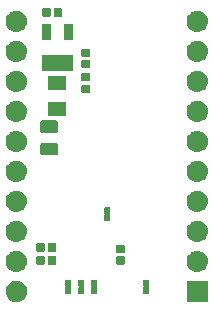
<source format=gbs>
G04 #@! TF.GenerationSoftware,KiCad,Pcbnew,(5.0.1)-3*
G04 #@! TF.CreationDate,2018-11-05T23:25:50+01:00*
G04 #@! TF.ProjectId,project,70726F6A6563742E6B696361645F7063,rev?*
G04 #@! TF.SameCoordinates,Original*
G04 #@! TF.FileFunction,Soldermask,Bot*
G04 #@! TF.FilePolarity,Negative*
%FSLAX46Y46*%
G04 Gerber Fmt 4.6, Leading zero omitted, Abs format (unit mm)*
G04 Created by KiCad (PCBNEW (5.0.1)-3) date 11/05/18 23:25:50*
%MOMM*%
%LPD*%
G01*
G04 APERTURE LIST*
%ADD10C,0.100000*%
G04 APERTURE END LIST*
D10*
G36*
X141410900Y-86041000D02*
X139608900Y-86041000D01*
X139608900Y-84239000D01*
X141410900Y-84239000D01*
X141410900Y-86041000D01*
X141410900Y-86041000D01*
G37*
G36*
X125459412Y-84273624D02*
X125623384Y-84341544D01*
X125770954Y-84440147D01*
X125896453Y-84565646D01*
X125995056Y-84713216D01*
X126062976Y-84877188D01*
X126097600Y-85051259D01*
X126097600Y-85228741D01*
X126062976Y-85402812D01*
X125995056Y-85566784D01*
X125896453Y-85714354D01*
X125770954Y-85839853D01*
X125623384Y-85938456D01*
X125459412Y-86006376D01*
X125285341Y-86041000D01*
X125107859Y-86041000D01*
X124933788Y-86006376D01*
X124769816Y-85938456D01*
X124622246Y-85839853D01*
X124496747Y-85714354D01*
X124398144Y-85566784D01*
X124330224Y-85402812D01*
X124295600Y-85228741D01*
X124295600Y-85051259D01*
X124330224Y-84877188D01*
X124398144Y-84713216D01*
X124496747Y-84565646D01*
X124622246Y-84440147D01*
X124769816Y-84341544D01*
X124933788Y-84273624D01*
X125107859Y-84239000D01*
X125285341Y-84239000D01*
X125459412Y-84273624D01*
X125459412Y-84273624D01*
G37*
G36*
X130895870Y-84147903D02*
X130907579Y-84151455D01*
X130918362Y-84157219D01*
X130927820Y-84164980D01*
X130935581Y-84174438D01*
X130941345Y-84185221D01*
X130944897Y-84196930D01*
X130946700Y-84215238D01*
X130946700Y-84638962D01*
X130944897Y-84657270D01*
X130941346Y-84668975D01*
X130931083Y-84688176D01*
X130921706Y-84710815D01*
X130916926Y-84734849D01*
X130916926Y-84759353D01*
X130921707Y-84783386D01*
X130931083Y-84806024D01*
X130941346Y-84825225D01*
X130944897Y-84836930D01*
X130946700Y-84855238D01*
X130946700Y-85278962D01*
X130944897Y-85297270D01*
X130941345Y-85308979D01*
X130935581Y-85319762D01*
X130927820Y-85329220D01*
X130918362Y-85336981D01*
X130907579Y-85342745D01*
X130895870Y-85346297D01*
X130877562Y-85348100D01*
X130513838Y-85348100D01*
X130495530Y-85346297D01*
X130483821Y-85342745D01*
X130473038Y-85336981D01*
X130463580Y-85329220D01*
X130455819Y-85319762D01*
X130450055Y-85308979D01*
X130446503Y-85297270D01*
X130444700Y-85278962D01*
X130444700Y-84855238D01*
X130446503Y-84836930D01*
X130450054Y-84825225D01*
X130460317Y-84806024D01*
X130469694Y-84783385D01*
X130474474Y-84759351D01*
X130474474Y-84734847D01*
X130469693Y-84710814D01*
X130460317Y-84688176D01*
X130450054Y-84668975D01*
X130446503Y-84657270D01*
X130444700Y-84638962D01*
X130444700Y-84215238D01*
X130446503Y-84196930D01*
X130450055Y-84185221D01*
X130455819Y-84174438D01*
X130463580Y-84164980D01*
X130473038Y-84157219D01*
X130483821Y-84151455D01*
X130495530Y-84147903D01*
X130513838Y-84146100D01*
X130877562Y-84146100D01*
X130895870Y-84147903D01*
X130895870Y-84147903D01*
G37*
G36*
X131988070Y-84147903D02*
X131999779Y-84151455D01*
X132010562Y-84157219D01*
X132020020Y-84164980D01*
X132027781Y-84174438D01*
X132033545Y-84185221D01*
X132037097Y-84196930D01*
X132038900Y-84215238D01*
X132038900Y-84638962D01*
X132037097Y-84657270D01*
X132033546Y-84668975D01*
X132023283Y-84688176D01*
X132013906Y-84710815D01*
X132009126Y-84734849D01*
X132009126Y-84759353D01*
X132013907Y-84783386D01*
X132023283Y-84806024D01*
X132033546Y-84825225D01*
X132037097Y-84836930D01*
X132038900Y-84855238D01*
X132038900Y-85278962D01*
X132037097Y-85297270D01*
X132033545Y-85308979D01*
X132027781Y-85319762D01*
X132020020Y-85329220D01*
X132010562Y-85336981D01*
X131999779Y-85342745D01*
X131988070Y-85346297D01*
X131969762Y-85348100D01*
X131606038Y-85348100D01*
X131587730Y-85346297D01*
X131576021Y-85342745D01*
X131565238Y-85336981D01*
X131555780Y-85329220D01*
X131548019Y-85319762D01*
X131542255Y-85308979D01*
X131538703Y-85297270D01*
X131536900Y-85278962D01*
X131536900Y-84855238D01*
X131538703Y-84836930D01*
X131542254Y-84825225D01*
X131552517Y-84806024D01*
X131561894Y-84783385D01*
X131566674Y-84759351D01*
X131566674Y-84734847D01*
X131561893Y-84710814D01*
X131552517Y-84688176D01*
X131542254Y-84668975D01*
X131538703Y-84657270D01*
X131536900Y-84638962D01*
X131536900Y-84215238D01*
X131538703Y-84196930D01*
X131542255Y-84185221D01*
X131548019Y-84174438D01*
X131555780Y-84164980D01*
X131565238Y-84157219D01*
X131576021Y-84151455D01*
X131587730Y-84147903D01*
X131606038Y-84146100D01*
X131969762Y-84146100D01*
X131988070Y-84147903D01*
X131988070Y-84147903D01*
G37*
G36*
X136389890Y-84147903D02*
X136401599Y-84151455D01*
X136412382Y-84157219D01*
X136421840Y-84164980D01*
X136429601Y-84174438D01*
X136435365Y-84185221D01*
X136438917Y-84196930D01*
X136440720Y-84215238D01*
X136440720Y-84638962D01*
X136438917Y-84657270D01*
X136435366Y-84668975D01*
X136425103Y-84688176D01*
X136415726Y-84710815D01*
X136410946Y-84734849D01*
X136410946Y-84759353D01*
X136415727Y-84783386D01*
X136425103Y-84806024D01*
X136435366Y-84825225D01*
X136438917Y-84836930D01*
X136440720Y-84855238D01*
X136440720Y-85278962D01*
X136438917Y-85297270D01*
X136435365Y-85308979D01*
X136429601Y-85319762D01*
X136421840Y-85329220D01*
X136412382Y-85336981D01*
X136401599Y-85342745D01*
X136389890Y-85346297D01*
X136371582Y-85348100D01*
X136007858Y-85348100D01*
X135989550Y-85346297D01*
X135977841Y-85342745D01*
X135967058Y-85336981D01*
X135957600Y-85329220D01*
X135949839Y-85319762D01*
X135944075Y-85308979D01*
X135940523Y-85297270D01*
X135938720Y-85278962D01*
X135938720Y-84855238D01*
X135940523Y-84836930D01*
X135944074Y-84825225D01*
X135954337Y-84806024D01*
X135963714Y-84783385D01*
X135968494Y-84759351D01*
X135968494Y-84734847D01*
X135963713Y-84710814D01*
X135954337Y-84688176D01*
X135944074Y-84668975D01*
X135940523Y-84657270D01*
X135938720Y-84638962D01*
X135938720Y-84215238D01*
X135940523Y-84196930D01*
X135944075Y-84185221D01*
X135949839Y-84174438D01*
X135957600Y-84164980D01*
X135967058Y-84157219D01*
X135977841Y-84151455D01*
X135989550Y-84147903D01*
X136007858Y-84146100D01*
X136371582Y-84146100D01*
X136389890Y-84147903D01*
X136389890Y-84147903D01*
G37*
G36*
X129790970Y-84147903D02*
X129802679Y-84151455D01*
X129813462Y-84157219D01*
X129822920Y-84164980D01*
X129830681Y-84174438D01*
X129836445Y-84185221D01*
X129839997Y-84196930D01*
X129841800Y-84215238D01*
X129841800Y-84638962D01*
X129839997Y-84657270D01*
X129836446Y-84668975D01*
X129826183Y-84688176D01*
X129816806Y-84710815D01*
X129812026Y-84734849D01*
X129812026Y-84759353D01*
X129816807Y-84783386D01*
X129826183Y-84806024D01*
X129836446Y-84825225D01*
X129839997Y-84836930D01*
X129841800Y-84855238D01*
X129841800Y-85278962D01*
X129839997Y-85297270D01*
X129836445Y-85308979D01*
X129830681Y-85319762D01*
X129822920Y-85329220D01*
X129813462Y-85336981D01*
X129802679Y-85342745D01*
X129790970Y-85346297D01*
X129772662Y-85348100D01*
X129408938Y-85348100D01*
X129390630Y-85346297D01*
X129378921Y-85342745D01*
X129368138Y-85336981D01*
X129358680Y-85329220D01*
X129350919Y-85319762D01*
X129345155Y-85308979D01*
X129341603Y-85297270D01*
X129339800Y-85278962D01*
X129339800Y-84855238D01*
X129341603Y-84836930D01*
X129345154Y-84825225D01*
X129355417Y-84806024D01*
X129364794Y-84783385D01*
X129369574Y-84759351D01*
X129369574Y-84734847D01*
X129364793Y-84710814D01*
X129355417Y-84688176D01*
X129345154Y-84668975D01*
X129341603Y-84657270D01*
X129339800Y-84638962D01*
X129339800Y-84215238D01*
X129341603Y-84196930D01*
X129345155Y-84185221D01*
X129350919Y-84174438D01*
X129358680Y-84164980D01*
X129368138Y-84157219D01*
X129378921Y-84151455D01*
X129390630Y-84147903D01*
X129408938Y-84146100D01*
X129772662Y-84146100D01*
X129790970Y-84147903D01*
X129790970Y-84147903D01*
G37*
G36*
X125307043Y-81705519D02*
X125373227Y-81712037D01*
X125465504Y-81740029D01*
X125543067Y-81763557D01*
X125657482Y-81824714D01*
X125699591Y-81847222D01*
X125725893Y-81868808D01*
X125836786Y-81959814D01*
X125920048Y-82061271D01*
X125949378Y-82097009D01*
X125949379Y-82097011D01*
X126033043Y-82253533D01*
X126035125Y-82260396D01*
X126084563Y-82423373D01*
X126101959Y-82600000D01*
X126084563Y-82776627D01*
X126061555Y-82852474D01*
X126033043Y-82946467D01*
X125958948Y-83085087D01*
X125949378Y-83102991D01*
X125920048Y-83138729D01*
X125836786Y-83240186D01*
X125735329Y-83323448D01*
X125699591Y-83352778D01*
X125699589Y-83352779D01*
X125543067Y-83436443D01*
X125486453Y-83453616D01*
X125373227Y-83487963D01*
X125307042Y-83494482D01*
X125240860Y-83501000D01*
X125152340Y-83501000D01*
X125086158Y-83494482D01*
X125019973Y-83487963D01*
X124906747Y-83453616D01*
X124850133Y-83436443D01*
X124693611Y-83352779D01*
X124693609Y-83352778D01*
X124657871Y-83323448D01*
X124556414Y-83240186D01*
X124473152Y-83138729D01*
X124443822Y-83102991D01*
X124434252Y-83085087D01*
X124360157Y-82946467D01*
X124331645Y-82852474D01*
X124308637Y-82776627D01*
X124291241Y-82600000D01*
X124308637Y-82423373D01*
X124358075Y-82260396D01*
X124360157Y-82253533D01*
X124443821Y-82097011D01*
X124443822Y-82097009D01*
X124473152Y-82061271D01*
X124556414Y-81959814D01*
X124667307Y-81868808D01*
X124693609Y-81847222D01*
X124735718Y-81824714D01*
X124850133Y-81763557D01*
X124927696Y-81740029D01*
X125019973Y-81712037D01*
X125086157Y-81705519D01*
X125152340Y-81699000D01*
X125240860Y-81699000D01*
X125307043Y-81705519D01*
X125307043Y-81705519D01*
G37*
G36*
X140620343Y-81705519D02*
X140686527Y-81712037D01*
X140778804Y-81740029D01*
X140856367Y-81763557D01*
X140970782Y-81824714D01*
X141012891Y-81847222D01*
X141039193Y-81868808D01*
X141150086Y-81959814D01*
X141233348Y-82061271D01*
X141262678Y-82097009D01*
X141262679Y-82097011D01*
X141346343Y-82253533D01*
X141348425Y-82260396D01*
X141397863Y-82423373D01*
X141415259Y-82600000D01*
X141397863Y-82776627D01*
X141374855Y-82852474D01*
X141346343Y-82946467D01*
X141272248Y-83085087D01*
X141262678Y-83102991D01*
X141233348Y-83138729D01*
X141150086Y-83240186D01*
X141048629Y-83323448D01*
X141012891Y-83352778D01*
X141012889Y-83352779D01*
X140856367Y-83436443D01*
X140799753Y-83453616D01*
X140686527Y-83487963D01*
X140620342Y-83494482D01*
X140554160Y-83501000D01*
X140465640Y-83501000D01*
X140399458Y-83494482D01*
X140333273Y-83487963D01*
X140220047Y-83453616D01*
X140163433Y-83436443D01*
X140006911Y-83352779D01*
X140006909Y-83352778D01*
X139971171Y-83323448D01*
X139869714Y-83240186D01*
X139786452Y-83138729D01*
X139757122Y-83102991D01*
X139747552Y-83085087D01*
X139673457Y-82946467D01*
X139644945Y-82852474D01*
X139621937Y-82776627D01*
X139604541Y-82600000D01*
X139621937Y-82423373D01*
X139671375Y-82260396D01*
X139673457Y-82253533D01*
X139757121Y-82097011D01*
X139757122Y-82097009D01*
X139786452Y-82061271D01*
X139869714Y-81959814D01*
X139980607Y-81868808D01*
X140006909Y-81847222D01*
X140049018Y-81824714D01*
X140163433Y-81763557D01*
X140240996Y-81740029D01*
X140333273Y-81712037D01*
X140399457Y-81705519D01*
X140465640Y-81699000D01*
X140554160Y-81699000D01*
X140620343Y-81705519D01*
X140620343Y-81705519D01*
G37*
G36*
X127494438Y-82156316D02*
X127515056Y-82162570D01*
X127534056Y-82172726D01*
X127550708Y-82186392D01*
X127564374Y-82203044D01*
X127574530Y-82222044D01*
X127580784Y-82242662D01*
X127583500Y-82270240D01*
X127583500Y-82778960D01*
X127580784Y-82806538D01*
X127574530Y-82827156D01*
X127564374Y-82846156D01*
X127550708Y-82862808D01*
X127534056Y-82876474D01*
X127515056Y-82886630D01*
X127494438Y-82892884D01*
X127466860Y-82895600D01*
X127008140Y-82895600D01*
X126980562Y-82892884D01*
X126959944Y-82886630D01*
X126940944Y-82876474D01*
X126924292Y-82862808D01*
X126910626Y-82846156D01*
X126900470Y-82827156D01*
X126894216Y-82806538D01*
X126891500Y-82778960D01*
X126891500Y-82270240D01*
X126894216Y-82242662D01*
X126900470Y-82222044D01*
X126910626Y-82203044D01*
X126924292Y-82186392D01*
X126940944Y-82172726D01*
X126959944Y-82162570D01*
X126980562Y-82156316D01*
X127008140Y-82153600D01*
X127466860Y-82153600D01*
X127494438Y-82156316D01*
X127494438Y-82156316D01*
G37*
G36*
X128464438Y-82156316D02*
X128485056Y-82162570D01*
X128504056Y-82172726D01*
X128520708Y-82186392D01*
X128534374Y-82203044D01*
X128544530Y-82222044D01*
X128550784Y-82242662D01*
X128553500Y-82270240D01*
X128553500Y-82778960D01*
X128550784Y-82806538D01*
X128544530Y-82827156D01*
X128534374Y-82846156D01*
X128520708Y-82862808D01*
X128504056Y-82876474D01*
X128485056Y-82886630D01*
X128464438Y-82892884D01*
X128436860Y-82895600D01*
X127978140Y-82895600D01*
X127950562Y-82892884D01*
X127929944Y-82886630D01*
X127910944Y-82876474D01*
X127894292Y-82862808D01*
X127880626Y-82846156D01*
X127870470Y-82827156D01*
X127864216Y-82806538D01*
X127861500Y-82778960D01*
X127861500Y-82270240D01*
X127864216Y-82242662D01*
X127870470Y-82222044D01*
X127880626Y-82203044D01*
X127894292Y-82186392D01*
X127910944Y-82172726D01*
X127929944Y-82162570D01*
X127950562Y-82156316D01*
X127978140Y-82153600D01*
X128436860Y-82153600D01*
X128464438Y-82156316D01*
X128464438Y-82156316D01*
G37*
G36*
X134279638Y-82182316D02*
X134300256Y-82188570D01*
X134319256Y-82198726D01*
X134335908Y-82212392D01*
X134349574Y-82229044D01*
X134359730Y-82248044D01*
X134365984Y-82268662D01*
X134368700Y-82296240D01*
X134368700Y-82754960D01*
X134365984Y-82782538D01*
X134359730Y-82803156D01*
X134349574Y-82822156D01*
X134335908Y-82838808D01*
X134319256Y-82852474D01*
X134300256Y-82862630D01*
X134279638Y-82868884D01*
X134252060Y-82871600D01*
X133743340Y-82871600D01*
X133715762Y-82868884D01*
X133695144Y-82862630D01*
X133676144Y-82852474D01*
X133659492Y-82838808D01*
X133645826Y-82822156D01*
X133635670Y-82803156D01*
X133629416Y-82782538D01*
X133626700Y-82754960D01*
X133626700Y-82296240D01*
X133629416Y-82268662D01*
X133635670Y-82248044D01*
X133645826Y-82229044D01*
X133659492Y-82212392D01*
X133676144Y-82198726D01*
X133695144Y-82188570D01*
X133715762Y-82182316D01*
X133743340Y-82179600D01*
X134252060Y-82179600D01*
X134279638Y-82182316D01*
X134279638Y-82182316D01*
G37*
G36*
X134279638Y-81212316D02*
X134300256Y-81218570D01*
X134319256Y-81228726D01*
X134335908Y-81242392D01*
X134349574Y-81259044D01*
X134359730Y-81278044D01*
X134365984Y-81298662D01*
X134368700Y-81326240D01*
X134368700Y-81784960D01*
X134365984Y-81812538D01*
X134359730Y-81833156D01*
X134349574Y-81852156D01*
X134335908Y-81868808D01*
X134319256Y-81882474D01*
X134300256Y-81892630D01*
X134279638Y-81898884D01*
X134252060Y-81901600D01*
X133743340Y-81901600D01*
X133715762Y-81898884D01*
X133695144Y-81892630D01*
X133676144Y-81882474D01*
X133659492Y-81868808D01*
X133645826Y-81852156D01*
X133635670Y-81833156D01*
X133629416Y-81812538D01*
X133626700Y-81784960D01*
X133626700Y-81326240D01*
X133629416Y-81298662D01*
X133635670Y-81278044D01*
X133645826Y-81259044D01*
X133659492Y-81242392D01*
X133676144Y-81228726D01*
X133695144Y-81218570D01*
X133715762Y-81212316D01*
X133743340Y-81209600D01*
X134252060Y-81209600D01*
X134279638Y-81212316D01*
X134279638Y-81212316D01*
G37*
G36*
X128464438Y-81051416D02*
X128485056Y-81057670D01*
X128504056Y-81067826D01*
X128520708Y-81081492D01*
X128534374Y-81098144D01*
X128544530Y-81117144D01*
X128550784Y-81137762D01*
X128553500Y-81165340D01*
X128553500Y-81674060D01*
X128550784Y-81701638D01*
X128544530Y-81722256D01*
X128534374Y-81741256D01*
X128520708Y-81757908D01*
X128504056Y-81771574D01*
X128485056Y-81781730D01*
X128464438Y-81787984D01*
X128436860Y-81790700D01*
X127978140Y-81790700D01*
X127950562Y-81787984D01*
X127929944Y-81781730D01*
X127910944Y-81771574D01*
X127894292Y-81757908D01*
X127880626Y-81741256D01*
X127870470Y-81722256D01*
X127864216Y-81701638D01*
X127861500Y-81674060D01*
X127861500Y-81165340D01*
X127864216Y-81137762D01*
X127870470Y-81117144D01*
X127880626Y-81098144D01*
X127894292Y-81081492D01*
X127910944Y-81067826D01*
X127929944Y-81057670D01*
X127950562Y-81051416D01*
X127978140Y-81048700D01*
X128436860Y-81048700D01*
X128464438Y-81051416D01*
X128464438Y-81051416D01*
G37*
G36*
X127494438Y-81051416D02*
X127515056Y-81057670D01*
X127534056Y-81067826D01*
X127550708Y-81081492D01*
X127564374Y-81098144D01*
X127574530Y-81117144D01*
X127580784Y-81137762D01*
X127583500Y-81165340D01*
X127583500Y-81674060D01*
X127580784Y-81701638D01*
X127574530Y-81722256D01*
X127564374Y-81741256D01*
X127550708Y-81757908D01*
X127534056Y-81771574D01*
X127515056Y-81781730D01*
X127494438Y-81787984D01*
X127466860Y-81790700D01*
X127008140Y-81790700D01*
X126980562Y-81787984D01*
X126959944Y-81781730D01*
X126940944Y-81771574D01*
X126924292Y-81757908D01*
X126910626Y-81741256D01*
X126900470Y-81722256D01*
X126894216Y-81701638D01*
X126891500Y-81674060D01*
X126891500Y-81165340D01*
X126894216Y-81137762D01*
X126900470Y-81117144D01*
X126910626Y-81098144D01*
X126924292Y-81081492D01*
X126940944Y-81067826D01*
X126959944Y-81057670D01*
X126980562Y-81051416D01*
X127008140Y-81048700D01*
X127466860Y-81048700D01*
X127494438Y-81051416D01*
X127494438Y-81051416D01*
G37*
G36*
X125307042Y-79165518D02*
X125373227Y-79172037D01*
X125483148Y-79205381D01*
X125543067Y-79223557D01*
X125681687Y-79297652D01*
X125699591Y-79307222D01*
X125735329Y-79336552D01*
X125836786Y-79419814D01*
X125920048Y-79521271D01*
X125949378Y-79557009D01*
X125949379Y-79557011D01*
X126033043Y-79713533D01*
X126033043Y-79713534D01*
X126084563Y-79883373D01*
X126101959Y-80060000D01*
X126084563Y-80236627D01*
X126050216Y-80349853D01*
X126033043Y-80406467D01*
X125958948Y-80545087D01*
X125949378Y-80562991D01*
X125920048Y-80598729D01*
X125836786Y-80700186D01*
X125735329Y-80783448D01*
X125699591Y-80812778D01*
X125699589Y-80812779D01*
X125543067Y-80896443D01*
X125486453Y-80913616D01*
X125373227Y-80947963D01*
X125307043Y-80954481D01*
X125240860Y-80961000D01*
X125152340Y-80961000D01*
X125086157Y-80954481D01*
X125019973Y-80947963D01*
X124906747Y-80913616D01*
X124850133Y-80896443D01*
X124693611Y-80812779D01*
X124693609Y-80812778D01*
X124657871Y-80783448D01*
X124556414Y-80700186D01*
X124473152Y-80598729D01*
X124443822Y-80562991D01*
X124434252Y-80545087D01*
X124360157Y-80406467D01*
X124342984Y-80349853D01*
X124308637Y-80236627D01*
X124291241Y-80060000D01*
X124308637Y-79883373D01*
X124360157Y-79713534D01*
X124360157Y-79713533D01*
X124443821Y-79557011D01*
X124443822Y-79557009D01*
X124473152Y-79521271D01*
X124556414Y-79419814D01*
X124657871Y-79336552D01*
X124693609Y-79307222D01*
X124711513Y-79297652D01*
X124850133Y-79223557D01*
X124910052Y-79205381D01*
X125019973Y-79172037D01*
X125086158Y-79165518D01*
X125152340Y-79159000D01*
X125240860Y-79159000D01*
X125307042Y-79165518D01*
X125307042Y-79165518D01*
G37*
G36*
X140620342Y-79165518D02*
X140686527Y-79172037D01*
X140796448Y-79205381D01*
X140856367Y-79223557D01*
X140994987Y-79297652D01*
X141012891Y-79307222D01*
X141048629Y-79336552D01*
X141150086Y-79419814D01*
X141233348Y-79521271D01*
X141262678Y-79557009D01*
X141262679Y-79557011D01*
X141346343Y-79713533D01*
X141346343Y-79713534D01*
X141397863Y-79883373D01*
X141415259Y-80060000D01*
X141397863Y-80236627D01*
X141363516Y-80349853D01*
X141346343Y-80406467D01*
X141272248Y-80545087D01*
X141262678Y-80562991D01*
X141233348Y-80598729D01*
X141150086Y-80700186D01*
X141048629Y-80783448D01*
X141012891Y-80812778D01*
X141012889Y-80812779D01*
X140856367Y-80896443D01*
X140799753Y-80913616D01*
X140686527Y-80947963D01*
X140620343Y-80954481D01*
X140554160Y-80961000D01*
X140465640Y-80961000D01*
X140399457Y-80954481D01*
X140333273Y-80947963D01*
X140220047Y-80913616D01*
X140163433Y-80896443D01*
X140006911Y-80812779D01*
X140006909Y-80812778D01*
X139971171Y-80783448D01*
X139869714Y-80700186D01*
X139786452Y-80598729D01*
X139757122Y-80562991D01*
X139747552Y-80545087D01*
X139673457Y-80406467D01*
X139656284Y-80349853D01*
X139621937Y-80236627D01*
X139604541Y-80060000D01*
X139621937Y-79883373D01*
X139673457Y-79713534D01*
X139673457Y-79713533D01*
X139757121Y-79557011D01*
X139757122Y-79557009D01*
X139786452Y-79521271D01*
X139869714Y-79419814D01*
X139971171Y-79336552D01*
X140006909Y-79307222D01*
X140024813Y-79297652D01*
X140163433Y-79223557D01*
X140223352Y-79205381D01*
X140333273Y-79172037D01*
X140399458Y-79165518D01*
X140465640Y-79159000D01*
X140554160Y-79159000D01*
X140620342Y-79165518D01*
X140620342Y-79165518D01*
G37*
G36*
X133092970Y-78016303D02*
X133104679Y-78019855D01*
X133115462Y-78025619D01*
X133124920Y-78033380D01*
X133132681Y-78042838D01*
X133138445Y-78053621D01*
X133141997Y-78065330D01*
X133143800Y-78083638D01*
X133143800Y-78507362D01*
X133141997Y-78525670D01*
X133138446Y-78537375D01*
X133128183Y-78556576D01*
X133118806Y-78579215D01*
X133114026Y-78603249D01*
X133114026Y-78627753D01*
X133118807Y-78651786D01*
X133128183Y-78674424D01*
X133138446Y-78693625D01*
X133141997Y-78705330D01*
X133143800Y-78723638D01*
X133143800Y-79147362D01*
X133141997Y-79165670D01*
X133138445Y-79177379D01*
X133132681Y-79188162D01*
X133124920Y-79197620D01*
X133115462Y-79205381D01*
X133104679Y-79211145D01*
X133092970Y-79214697D01*
X133074662Y-79216500D01*
X132710938Y-79216500D01*
X132692630Y-79214697D01*
X132680921Y-79211145D01*
X132670138Y-79205381D01*
X132660680Y-79197620D01*
X132652919Y-79188162D01*
X132647155Y-79177379D01*
X132643603Y-79165670D01*
X132641800Y-79147362D01*
X132641800Y-78723638D01*
X132643603Y-78705330D01*
X132647154Y-78693625D01*
X132657417Y-78674424D01*
X132666794Y-78651785D01*
X132671574Y-78627751D01*
X132671574Y-78603247D01*
X132666793Y-78579214D01*
X132657417Y-78556576D01*
X132647154Y-78537375D01*
X132643603Y-78525670D01*
X132641800Y-78507362D01*
X132641800Y-78083638D01*
X132643603Y-78065330D01*
X132647155Y-78053621D01*
X132652919Y-78042838D01*
X132660680Y-78033380D01*
X132670138Y-78025619D01*
X132680921Y-78019855D01*
X132692630Y-78016303D01*
X132710938Y-78014500D01*
X133074662Y-78014500D01*
X133092970Y-78016303D01*
X133092970Y-78016303D01*
G37*
G36*
X125307043Y-76625519D02*
X125373227Y-76632037D01*
X125486453Y-76666384D01*
X125543067Y-76683557D01*
X125681687Y-76757652D01*
X125699591Y-76767222D01*
X125735329Y-76796552D01*
X125836786Y-76879814D01*
X125920048Y-76981271D01*
X125949378Y-77017009D01*
X125949379Y-77017011D01*
X126033043Y-77173533D01*
X126033043Y-77173534D01*
X126084563Y-77343373D01*
X126101959Y-77520000D01*
X126084563Y-77696627D01*
X126050216Y-77809853D01*
X126033043Y-77866467D01*
X125958948Y-78005087D01*
X125949378Y-78022991D01*
X125938988Y-78035651D01*
X125836786Y-78160186D01*
X125735329Y-78243448D01*
X125699591Y-78272778D01*
X125699589Y-78272779D01*
X125543067Y-78356443D01*
X125486453Y-78373616D01*
X125373227Y-78407963D01*
X125307042Y-78414482D01*
X125240860Y-78421000D01*
X125152340Y-78421000D01*
X125086158Y-78414482D01*
X125019973Y-78407963D01*
X124906747Y-78373616D01*
X124850133Y-78356443D01*
X124693611Y-78272779D01*
X124693609Y-78272778D01*
X124657871Y-78243448D01*
X124556414Y-78160186D01*
X124454212Y-78035651D01*
X124443822Y-78022991D01*
X124434252Y-78005087D01*
X124360157Y-77866467D01*
X124342984Y-77809853D01*
X124308637Y-77696627D01*
X124291241Y-77520000D01*
X124308637Y-77343373D01*
X124360157Y-77173534D01*
X124360157Y-77173533D01*
X124443821Y-77017011D01*
X124443822Y-77017009D01*
X124473152Y-76981271D01*
X124556414Y-76879814D01*
X124657871Y-76796552D01*
X124693609Y-76767222D01*
X124711513Y-76757652D01*
X124850133Y-76683557D01*
X124906747Y-76666384D01*
X125019973Y-76632037D01*
X125086157Y-76625519D01*
X125152340Y-76619000D01*
X125240860Y-76619000D01*
X125307043Y-76625519D01*
X125307043Y-76625519D01*
G37*
G36*
X140620343Y-76625519D02*
X140686527Y-76632037D01*
X140799753Y-76666384D01*
X140856367Y-76683557D01*
X140994987Y-76757652D01*
X141012891Y-76767222D01*
X141048629Y-76796552D01*
X141150086Y-76879814D01*
X141233348Y-76981271D01*
X141262678Y-77017009D01*
X141262679Y-77017011D01*
X141346343Y-77173533D01*
X141346343Y-77173534D01*
X141397863Y-77343373D01*
X141415259Y-77520000D01*
X141397863Y-77696627D01*
X141363516Y-77809853D01*
X141346343Y-77866467D01*
X141272248Y-78005087D01*
X141262678Y-78022991D01*
X141252288Y-78035651D01*
X141150086Y-78160186D01*
X141048629Y-78243448D01*
X141012891Y-78272778D01*
X141012889Y-78272779D01*
X140856367Y-78356443D01*
X140799753Y-78373616D01*
X140686527Y-78407963D01*
X140620342Y-78414482D01*
X140554160Y-78421000D01*
X140465640Y-78421000D01*
X140399458Y-78414482D01*
X140333273Y-78407963D01*
X140220047Y-78373616D01*
X140163433Y-78356443D01*
X140006911Y-78272779D01*
X140006909Y-78272778D01*
X139971171Y-78243448D01*
X139869714Y-78160186D01*
X139767512Y-78035651D01*
X139757122Y-78022991D01*
X139747552Y-78005087D01*
X139673457Y-77866467D01*
X139656284Y-77809853D01*
X139621937Y-77696627D01*
X139604541Y-77520000D01*
X139621937Y-77343373D01*
X139673457Y-77173534D01*
X139673457Y-77173533D01*
X139757121Y-77017011D01*
X139757122Y-77017009D01*
X139786452Y-76981271D01*
X139869714Y-76879814D01*
X139971171Y-76796552D01*
X140006909Y-76767222D01*
X140024813Y-76757652D01*
X140163433Y-76683557D01*
X140220047Y-76666384D01*
X140333273Y-76632037D01*
X140399457Y-76625519D01*
X140465640Y-76619000D01*
X140554160Y-76619000D01*
X140620343Y-76625519D01*
X140620343Y-76625519D01*
G37*
G36*
X125307042Y-74085518D02*
X125373227Y-74092037D01*
X125486453Y-74126384D01*
X125543067Y-74143557D01*
X125681687Y-74217652D01*
X125699591Y-74227222D01*
X125735329Y-74256552D01*
X125836786Y-74339814D01*
X125920048Y-74441271D01*
X125949378Y-74477009D01*
X125949379Y-74477011D01*
X126033043Y-74633533D01*
X126033043Y-74633534D01*
X126084563Y-74803373D01*
X126101959Y-74980000D01*
X126084563Y-75156627D01*
X126050216Y-75269853D01*
X126033043Y-75326467D01*
X125958948Y-75465087D01*
X125949378Y-75482991D01*
X125920048Y-75518729D01*
X125836786Y-75620186D01*
X125735329Y-75703448D01*
X125699591Y-75732778D01*
X125699589Y-75732779D01*
X125543067Y-75816443D01*
X125486453Y-75833616D01*
X125373227Y-75867963D01*
X125307042Y-75874482D01*
X125240860Y-75881000D01*
X125152340Y-75881000D01*
X125086158Y-75874482D01*
X125019973Y-75867963D01*
X124906747Y-75833616D01*
X124850133Y-75816443D01*
X124693611Y-75732779D01*
X124693609Y-75732778D01*
X124657871Y-75703448D01*
X124556414Y-75620186D01*
X124473152Y-75518729D01*
X124443822Y-75482991D01*
X124434252Y-75465087D01*
X124360157Y-75326467D01*
X124342984Y-75269853D01*
X124308637Y-75156627D01*
X124291241Y-74980000D01*
X124308637Y-74803373D01*
X124360157Y-74633534D01*
X124360157Y-74633533D01*
X124443821Y-74477011D01*
X124443822Y-74477009D01*
X124473152Y-74441271D01*
X124556414Y-74339814D01*
X124657871Y-74256552D01*
X124693609Y-74227222D01*
X124711513Y-74217652D01*
X124850133Y-74143557D01*
X124906747Y-74126384D01*
X125019973Y-74092037D01*
X125086158Y-74085518D01*
X125152340Y-74079000D01*
X125240860Y-74079000D01*
X125307042Y-74085518D01*
X125307042Y-74085518D01*
G37*
G36*
X140620342Y-74085518D02*
X140686527Y-74092037D01*
X140799753Y-74126384D01*
X140856367Y-74143557D01*
X140994987Y-74217652D01*
X141012891Y-74227222D01*
X141048629Y-74256552D01*
X141150086Y-74339814D01*
X141233348Y-74441271D01*
X141262678Y-74477009D01*
X141262679Y-74477011D01*
X141346343Y-74633533D01*
X141346343Y-74633534D01*
X141397863Y-74803373D01*
X141415259Y-74980000D01*
X141397863Y-75156627D01*
X141363516Y-75269853D01*
X141346343Y-75326467D01*
X141272248Y-75465087D01*
X141262678Y-75482991D01*
X141233348Y-75518729D01*
X141150086Y-75620186D01*
X141048629Y-75703448D01*
X141012891Y-75732778D01*
X141012889Y-75732779D01*
X140856367Y-75816443D01*
X140799753Y-75833616D01*
X140686527Y-75867963D01*
X140620342Y-75874482D01*
X140554160Y-75881000D01*
X140465640Y-75881000D01*
X140399458Y-75874482D01*
X140333273Y-75867963D01*
X140220047Y-75833616D01*
X140163433Y-75816443D01*
X140006911Y-75732779D01*
X140006909Y-75732778D01*
X139971171Y-75703448D01*
X139869714Y-75620186D01*
X139786452Y-75518729D01*
X139757122Y-75482991D01*
X139747552Y-75465087D01*
X139673457Y-75326467D01*
X139656284Y-75269853D01*
X139621937Y-75156627D01*
X139604541Y-74980000D01*
X139621937Y-74803373D01*
X139673457Y-74633534D01*
X139673457Y-74633533D01*
X139757121Y-74477011D01*
X139757122Y-74477009D01*
X139786452Y-74441271D01*
X139869714Y-74339814D01*
X139971171Y-74256552D01*
X140006909Y-74227222D01*
X140024813Y-74217652D01*
X140163433Y-74143557D01*
X140220047Y-74126384D01*
X140333273Y-74092037D01*
X140399458Y-74085518D01*
X140465640Y-74079000D01*
X140554160Y-74079000D01*
X140620342Y-74085518D01*
X140620342Y-74085518D01*
G37*
G36*
X128559826Y-72544645D02*
X128598497Y-72556376D01*
X128634139Y-72575428D01*
X128665377Y-72601063D01*
X128691012Y-72632301D01*
X128710064Y-72667943D01*
X128721795Y-72706614D01*
X128726360Y-72752968D01*
X128726360Y-73404192D01*
X128721795Y-73450546D01*
X128710064Y-73489217D01*
X128691012Y-73524859D01*
X128665377Y-73556097D01*
X128634139Y-73581732D01*
X128598497Y-73600784D01*
X128559826Y-73612515D01*
X128513472Y-73617080D01*
X127437248Y-73617080D01*
X127390894Y-73612515D01*
X127352223Y-73600784D01*
X127316581Y-73581732D01*
X127285343Y-73556097D01*
X127259708Y-73524859D01*
X127240656Y-73489217D01*
X127228925Y-73450546D01*
X127224360Y-73404192D01*
X127224360Y-72752968D01*
X127228925Y-72706614D01*
X127240656Y-72667943D01*
X127259708Y-72632301D01*
X127285343Y-72601063D01*
X127316581Y-72575428D01*
X127352223Y-72556376D01*
X127390894Y-72544645D01*
X127437248Y-72540080D01*
X128513472Y-72540080D01*
X128559826Y-72544645D01*
X128559826Y-72544645D01*
G37*
G36*
X125307043Y-71545519D02*
X125373227Y-71552037D01*
X125451787Y-71575868D01*
X125543067Y-71603557D01*
X125654685Y-71663219D01*
X125699591Y-71687222D01*
X125723364Y-71706732D01*
X125836786Y-71799814D01*
X125920048Y-71901271D01*
X125949378Y-71937009D01*
X125949379Y-71937011D01*
X126033043Y-72093533D01*
X126033043Y-72093534D01*
X126084563Y-72263373D01*
X126101959Y-72440000D01*
X126084563Y-72616627D01*
X126079808Y-72632301D01*
X126033043Y-72786467D01*
X126020822Y-72809330D01*
X125949378Y-72942991D01*
X125920048Y-72978729D01*
X125836786Y-73080186D01*
X125735329Y-73163448D01*
X125699591Y-73192778D01*
X125699589Y-73192779D01*
X125543067Y-73276443D01*
X125486453Y-73293616D01*
X125373227Y-73327963D01*
X125307043Y-73334481D01*
X125240860Y-73341000D01*
X125152340Y-73341000D01*
X125086157Y-73334481D01*
X125019973Y-73327963D01*
X124906747Y-73293616D01*
X124850133Y-73276443D01*
X124693611Y-73192779D01*
X124693609Y-73192778D01*
X124657871Y-73163448D01*
X124556414Y-73080186D01*
X124473152Y-72978729D01*
X124443822Y-72942991D01*
X124372378Y-72809330D01*
X124360157Y-72786467D01*
X124313392Y-72632301D01*
X124308637Y-72616627D01*
X124291241Y-72440000D01*
X124308637Y-72263373D01*
X124360157Y-72093534D01*
X124360157Y-72093533D01*
X124443821Y-71937011D01*
X124443822Y-71937009D01*
X124473152Y-71901271D01*
X124556414Y-71799814D01*
X124669836Y-71706732D01*
X124693609Y-71687222D01*
X124738515Y-71663219D01*
X124850133Y-71603557D01*
X124941413Y-71575868D01*
X125019973Y-71552037D01*
X125086157Y-71545519D01*
X125152340Y-71539000D01*
X125240860Y-71539000D01*
X125307043Y-71545519D01*
X125307043Y-71545519D01*
G37*
G36*
X140620343Y-71545519D02*
X140686527Y-71552037D01*
X140765087Y-71575868D01*
X140856367Y-71603557D01*
X140967985Y-71663219D01*
X141012891Y-71687222D01*
X141036664Y-71706732D01*
X141150086Y-71799814D01*
X141233348Y-71901271D01*
X141262678Y-71937009D01*
X141262679Y-71937011D01*
X141346343Y-72093533D01*
X141346343Y-72093534D01*
X141397863Y-72263373D01*
X141415259Y-72440000D01*
X141397863Y-72616627D01*
X141393108Y-72632301D01*
X141346343Y-72786467D01*
X141334122Y-72809330D01*
X141262678Y-72942991D01*
X141233348Y-72978729D01*
X141150086Y-73080186D01*
X141048629Y-73163448D01*
X141012891Y-73192778D01*
X141012889Y-73192779D01*
X140856367Y-73276443D01*
X140799753Y-73293616D01*
X140686527Y-73327963D01*
X140620343Y-73334481D01*
X140554160Y-73341000D01*
X140465640Y-73341000D01*
X140399457Y-73334481D01*
X140333273Y-73327963D01*
X140220047Y-73293616D01*
X140163433Y-73276443D01*
X140006911Y-73192779D01*
X140006909Y-73192778D01*
X139971171Y-73163448D01*
X139869714Y-73080186D01*
X139786452Y-72978729D01*
X139757122Y-72942991D01*
X139685678Y-72809330D01*
X139673457Y-72786467D01*
X139626692Y-72632301D01*
X139621937Y-72616627D01*
X139604541Y-72440000D01*
X139621937Y-72263373D01*
X139673457Y-72093534D01*
X139673457Y-72093533D01*
X139757121Y-71937011D01*
X139757122Y-71937009D01*
X139786452Y-71901271D01*
X139869714Y-71799814D01*
X139983136Y-71706732D01*
X140006909Y-71687222D01*
X140051815Y-71663219D01*
X140163433Y-71603557D01*
X140254713Y-71575868D01*
X140333273Y-71552037D01*
X140399457Y-71545519D01*
X140465640Y-71539000D01*
X140554160Y-71539000D01*
X140620343Y-71545519D01*
X140620343Y-71545519D01*
G37*
G36*
X128559826Y-70669645D02*
X128598497Y-70681376D01*
X128634139Y-70700428D01*
X128665377Y-70726063D01*
X128691012Y-70757301D01*
X128710064Y-70792943D01*
X128721795Y-70831614D01*
X128726360Y-70877968D01*
X128726360Y-71529192D01*
X128721795Y-71575546D01*
X128710064Y-71614217D01*
X128691012Y-71649859D01*
X128665377Y-71681097D01*
X128634139Y-71706732D01*
X128598497Y-71725784D01*
X128559826Y-71737515D01*
X128513472Y-71742080D01*
X127437248Y-71742080D01*
X127390894Y-71737515D01*
X127352223Y-71725784D01*
X127316581Y-71706732D01*
X127285343Y-71681097D01*
X127259708Y-71649859D01*
X127240656Y-71614217D01*
X127228925Y-71575546D01*
X127224360Y-71529192D01*
X127224360Y-70877968D01*
X127228925Y-70831614D01*
X127240656Y-70792943D01*
X127259708Y-70757301D01*
X127285343Y-70726063D01*
X127316581Y-70700428D01*
X127352223Y-70681376D01*
X127390894Y-70669645D01*
X127437248Y-70665080D01*
X128513472Y-70665080D01*
X128559826Y-70669645D01*
X128559826Y-70669645D01*
G37*
G36*
X125307042Y-69005518D02*
X125373227Y-69012037D01*
X125486453Y-69046384D01*
X125543067Y-69063557D01*
X125681687Y-69137652D01*
X125699591Y-69147222D01*
X125735329Y-69176552D01*
X125836786Y-69259814D01*
X125920048Y-69361271D01*
X125949378Y-69397009D01*
X125949379Y-69397011D01*
X126033043Y-69553533D01*
X126033043Y-69553534D01*
X126084563Y-69723373D01*
X126101959Y-69900000D01*
X126084563Y-70076627D01*
X126050216Y-70189853D01*
X126033043Y-70246467D01*
X126020015Y-70270840D01*
X125949378Y-70402991D01*
X125920048Y-70438729D01*
X125836786Y-70540186D01*
X125735329Y-70623448D01*
X125699591Y-70652778D01*
X125699589Y-70652779D01*
X125543067Y-70736443D01*
X125486453Y-70753616D01*
X125373227Y-70787963D01*
X125322663Y-70792943D01*
X125240860Y-70801000D01*
X125152340Y-70801000D01*
X125070537Y-70792943D01*
X125019973Y-70787963D01*
X124906747Y-70753616D01*
X124850133Y-70736443D01*
X124693611Y-70652779D01*
X124693609Y-70652778D01*
X124657871Y-70623448D01*
X124556414Y-70540186D01*
X124473152Y-70438729D01*
X124443822Y-70402991D01*
X124373185Y-70270840D01*
X124360157Y-70246467D01*
X124342984Y-70189853D01*
X124308637Y-70076627D01*
X124291241Y-69900000D01*
X124308637Y-69723373D01*
X124360157Y-69553534D01*
X124360157Y-69553533D01*
X124443821Y-69397011D01*
X124443822Y-69397009D01*
X124473152Y-69361271D01*
X124556414Y-69259814D01*
X124657871Y-69176552D01*
X124693609Y-69147222D01*
X124711513Y-69137652D01*
X124850133Y-69063557D01*
X124906747Y-69046384D01*
X125019973Y-69012037D01*
X125086158Y-69005518D01*
X125152340Y-68999000D01*
X125240860Y-68999000D01*
X125307042Y-69005518D01*
X125307042Y-69005518D01*
G37*
G36*
X140620342Y-69005518D02*
X140686527Y-69012037D01*
X140799753Y-69046384D01*
X140856367Y-69063557D01*
X140994987Y-69137652D01*
X141012891Y-69147222D01*
X141048629Y-69176552D01*
X141150086Y-69259814D01*
X141233348Y-69361271D01*
X141262678Y-69397009D01*
X141262679Y-69397011D01*
X141346343Y-69553533D01*
X141346343Y-69553534D01*
X141397863Y-69723373D01*
X141415259Y-69900000D01*
X141397863Y-70076627D01*
X141363516Y-70189853D01*
X141346343Y-70246467D01*
X141333315Y-70270840D01*
X141262678Y-70402991D01*
X141233348Y-70438729D01*
X141150086Y-70540186D01*
X141048629Y-70623448D01*
X141012891Y-70652778D01*
X141012889Y-70652779D01*
X140856367Y-70736443D01*
X140799753Y-70753616D01*
X140686527Y-70787963D01*
X140635963Y-70792943D01*
X140554160Y-70801000D01*
X140465640Y-70801000D01*
X140383837Y-70792943D01*
X140333273Y-70787963D01*
X140220047Y-70753616D01*
X140163433Y-70736443D01*
X140006911Y-70652779D01*
X140006909Y-70652778D01*
X139971171Y-70623448D01*
X139869714Y-70540186D01*
X139786452Y-70438729D01*
X139757122Y-70402991D01*
X139686485Y-70270840D01*
X139673457Y-70246467D01*
X139656284Y-70189853D01*
X139621937Y-70076627D01*
X139604541Y-69900000D01*
X139621937Y-69723373D01*
X139673457Y-69553534D01*
X139673457Y-69553533D01*
X139757121Y-69397011D01*
X139757122Y-69397009D01*
X139786452Y-69361271D01*
X139869714Y-69259814D01*
X139971171Y-69176552D01*
X140006909Y-69147222D01*
X140024813Y-69137652D01*
X140163433Y-69063557D01*
X140220047Y-69046384D01*
X140333273Y-69012037D01*
X140399458Y-69005518D01*
X140465640Y-68999000D01*
X140554160Y-68999000D01*
X140620342Y-69005518D01*
X140620342Y-69005518D01*
G37*
G36*
X129437160Y-70270840D02*
X127885160Y-70270840D01*
X127885160Y-69068840D01*
X129437160Y-69068840D01*
X129437160Y-70270840D01*
X129437160Y-70270840D01*
G37*
G36*
X131356098Y-67639676D02*
X131376716Y-67645930D01*
X131395716Y-67656086D01*
X131412368Y-67669752D01*
X131426034Y-67686404D01*
X131436190Y-67705404D01*
X131442444Y-67726022D01*
X131445160Y-67753600D01*
X131445160Y-68212320D01*
X131442444Y-68239898D01*
X131436190Y-68260516D01*
X131426034Y-68279516D01*
X131412368Y-68296168D01*
X131395716Y-68309834D01*
X131376716Y-68319990D01*
X131356098Y-68326244D01*
X131328520Y-68328960D01*
X130819800Y-68328960D01*
X130792222Y-68326244D01*
X130771604Y-68319990D01*
X130752604Y-68309834D01*
X130735952Y-68296168D01*
X130722286Y-68279516D01*
X130712130Y-68260516D01*
X130705876Y-68239898D01*
X130703160Y-68212320D01*
X130703160Y-67753600D01*
X130705876Y-67726022D01*
X130712130Y-67705404D01*
X130722286Y-67686404D01*
X130735952Y-67669752D01*
X130752604Y-67656086D01*
X130771604Y-67645930D01*
X130792222Y-67639676D01*
X130819800Y-67636960D01*
X131328520Y-67636960D01*
X131356098Y-67639676D01*
X131356098Y-67639676D01*
G37*
G36*
X125307043Y-66465519D02*
X125373227Y-66472037D01*
X125486453Y-66506384D01*
X125543067Y-66523557D01*
X125681687Y-66597652D01*
X125699591Y-66607222D01*
X125735329Y-66636552D01*
X125836786Y-66719814D01*
X125907687Y-66806209D01*
X125949378Y-66857009D01*
X125949379Y-66857011D01*
X126033043Y-67013533D01*
X126033043Y-67013534D01*
X126084563Y-67183373D01*
X126101959Y-67360000D01*
X126084563Y-67536627D01*
X126054127Y-67636960D01*
X126033043Y-67706467D01*
X125977724Y-67809960D01*
X125949378Y-67862991D01*
X125920048Y-67898729D01*
X125836786Y-68000186D01*
X125735329Y-68083448D01*
X125699591Y-68112778D01*
X125699589Y-68112779D01*
X125543067Y-68196443D01*
X125486453Y-68213616D01*
X125373227Y-68247963D01*
X125307042Y-68254482D01*
X125240860Y-68261000D01*
X125152340Y-68261000D01*
X125086158Y-68254482D01*
X125019973Y-68247963D01*
X124906747Y-68213616D01*
X124850133Y-68196443D01*
X124693611Y-68112779D01*
X124693609Y-68112778D01*
X124657871Y-68083448D01*
X124556414Y-68000186D01*
X124473152Y-67898729D01*
X124443822Y-67862991D01*
X124415476Y-67809960D01*
X124360157Y-67706467D01*
X124339073Y-67636960D01*
X124308637Y-67536627D01*
X124291241Y-67360000D01*
X124308637Y-67183373D01*
X124360157Y-67013534D01*
X124360157Y-67013533D01*
X124443821Y-66857011D01*
X124443822Y-66857009D01*
X124485513Y-66806209D01*
X124556414Y-66719814D01*
X124657871Y-66636552D01*
X124693609Y-66607222D01*
X124711513Y-66597652D01*
X124850133Y-66523557D01*
X124906747Y-66506384D01*
X125019973Y-66472037D01*
X125086157Y-66465519D01*
X125152340Y-66459000D01*
X125240860Y-66459000D01*
X125307043Y-66465519D01*
X125307043Y-66465519D01*
G37*
G36*
X140620343Y-66465519D02*
X140686527Y-66472037D01*
X140799753Y-66506384D01*
X140856367Y-66523557D01*
X140994987Y-66597652D01*
X141012891Y-66607222D01*
X141048629Y-66636552D01*
X141150086Y-66719814D01*
X141220987Y-66806209D01*
X141262678Y-66857009D01*
X141262679Y-66857011D01*
X141346343Y-67013533D01*
X141346343Y-67013534D01*
X141397863Y-67183373D01*
X141415259Y-67360000D01*
X141397863Y-67536627D01*
X141367427Y-67636960D01*
X141346343Y-67706467D01*
X141291024Y-67809960D01*
X141262678Y-67862991D01*
X141233348Y-67898729D01*
X141150086Y-68000186D01*
X141048629Y-68083448D01*
X141012891Y-68112778D01*
X141012889Y-68112779D01*
X140856367Y-68196443D01*
X140799753Y-68213616D01*
X140686527Y-68247963D01*
X140620342Y-68254482D01*
X140554160Y-68261000D01*
X140465640Y-68261000D01*
X140399458Y-68254482D01*
X140333273Y-68247963D01*
X140220047Y-68213616D01*
X140163433Y-68196443D01*
X140006911Y-68112779D01*
X140006909Y-68112778D01*
X139971171Y-68083448D01*
X139869714Y-68000186D01*
X139786452Y-67898729D01*
X139757122Y-67862991D01*
X139728776Y-67809960D01*
X139673457Y-67706467D01*
X139652373Y-67636960D01*
X139621937Y-67536627D01*
X139604541Y-67360000D01*
X139621937Y-67183373D01*
X139673457Y-67013534D01*
X139673457Y-67013533D01*
X139757121Y-66857011D01*
X139757122Y-66857009D01*
X139798813Y-66806209D01*
X139869714Y-66719814D01*
X139971171Y-66636552D01*
X140006909Y-66607222D01*
X140024813Y-66597652D01*
X140163433Y-66523557D01*
X140220047Y-66506384D01*
X140333273Y-66472037D01*
X140399457Y-66465519D01*
X140465640Y-66459000D01*
X140554160Y-66459000D01*
X140620343Y-66465519D01*
X140620343Y-66465519D01*
G37*
G36*
X129437160Y-68070840D02*
X127885160Y-68070840D01*
X127885160Y-66868840D01*
X129437160Y-66868840D01*
X129437160Y-68070840D01*
X129437160Y-68070840D01*
G37*
G36*
X131356098Y-66669676D02*
X131376716Y-66675930D01*
X131395716Y-66686086D01*
X131412368Y-66699752D01*
X131426034Y-66716404D01*
X131436190Y-66735404D01*
X131442444Y-66756022D01*
X131445160Y-66783600D01*
X131445160Y-67242320D01*
X131442444Y-67269898D01*
X131436190Y-67290516D01*
X131426034Y-67309516D01*
X131412368Y-67326168D01*
X131395716Y-67339834D01*
X131376716Y-67349990D01*
X131356098Y-67356244D01*
X131328520Y-67358960D01*
X130819800Y-67358960D01*
X130792222Y-67356244D01*
X130771604Y-67349990D01*
X130752604Y-67339834D01*
X130735952Y-67326168D01*
X130722286Y-67309516D01*
X130712130Y-67290516D01*
X130705876Y-67269898D01*
X130703160Y-67242320D01*
X130703160Y-66783600D01*
X130705876Y-66756022D01*
X130712130Y-66735404D01*
X130722286Y-66716404D01*
X130735952Y-66699752D01*
X130752604Y-66686086D01*
X130771604Y-66675930D01*
X130792222Y-66669676D01*
X130819800Y-66666960D01*
X131328520Y-66666960D01*
X131356098Y-66669676D01*
X131356098Y-66669676D01*
G37*
G36*
X130017640Y-66476840D02*
X127365640Y-66476840D01*
X127365640Y-65154840D01*
X130017640Y-65154840D01*
X130017640Y-66476840D01*
X130017640Y-66476840D01*
G37*
G36*
X131356098Y-65556876D02*
X131376716Y-65563130D01*
X131395716Y-65573286D01*
X131412368Y-65586952D01*
X131426034Y-65603604D01*
X131436190Y-65622604D01*
X131442444Y-65643222D01*
X131445160Y-65670800D01*
X131445160Y-66129520D01*
X131442444Y-66157098D01*
X131436190Y-66177716D01*
X131426034Y-66196716D01*
X131412368Y-66213368D01*
X131395716Y-66227034D01*
X131376716Y-66237190D01*
X131356098Y-66243444D01*
X131328520Y-66246160D01*
X130819800Y-66246160D01*
X130792222Y-66243444D01*
X130771604Y-66237190D01*
X130752604Y-66227034D01*
X130735952Y-66213368D01*
X130722286Y-66196716D01*
X130712130Y-66177716D01*
X130705876Y-66157098D01*
X130703160Y-66129520D01*
X130703160Y-65670800D01*
X130705876Y-65643222D01*
X130712130Y-65622604D01*
X130722286Y-65603604D01*
X130735952Y-65586952D01*
X130752604Y-65573286D01*
X130771604Y-65563130D01*
X130792222Y-65556876D01*
X130819800Y-65554160D01*
X131328520Y-65554160D01*
X131356098Y-65556876D01*
X131356098Y-65556876D01*
G37*
G36*
X125307042Y-63925518D02*
X125373227Y-63932037D01*
X125486453Y-63966384D01*
X125543067Y-63983557D01*
X125681687Y-64057652D01*
X125699591Y-64067222D01*
X125735329Y-64096552D01*
X125836786Y-64179814D01*
X125920048Y-64281271D01*
X125949378Y-64317009D01*
X125949379Y-64317011D01*
X126033043Y-64473533D01*
X126033043Y-64473534D01*
X126084563Y-64643373D01*
X126101959Y-64820000D01*
X126084563Y-64996627D01*
X126052247Y-65103160D01*
X126033043Y-65166467D01*
X125976187Y-65272836D01*
X125949378Y-65322991D01*
X125920048Y-65358729D01*
X125836786Y-65460186D01*
X125735329Y-65543448D01*
X125699591Y-65572778D01*
X125681687Y-65582348D01*
X125543067Y-65656443D01*
X125528189Y-65660956D01*
X125373227Y-65707963D01*
X125307042Y-65714482D01*
X125240860Y-65721000D01*
X125152340Y-65721000D01*
X125086158Y-65714482D01*
X125019973Y-65707963D01*
X124865011Y-65660956D01*
X124850133Y-65656443D01*
X124711513Y-65582348D01*
X124693609Y-65572778D01*
X124657871Y-65543448D01*
X124556414Y-65460186D01*
X124473152Y-65358729D01*
X124443822Y-65322991D01*
X124417013Y-65272836D01*
X124360157Y-65166467D01*
X124340953Y-65103160D01*
X124308637Y-64996627D01*
X124291241Y-64820000D01*
X124308637Y-64643373D01*
X124360157Y-64473534D01*
X124360157Y-64473533D01*
X124443821Y-64317011D01*
X124443822Y-64317009D01*
X124473152Y-64281271D01*
X124556414Y-64179814D01*
X124657871Y-64096552D01*
X124693609Y-64067222D01*
X124711513Y-64057652D01*
X124850133Y-63983557D01*
X124906747Y-63966384D01*
X125019973Y-63932037D01*
X125086158Y-63925518D01*
X125152340Y-63919000D01*
X125240860Y-63919000D01*
X125307042Y-63925518D01*
X125307042Y-63925518D01*
G37*
G36*
X140620342Y-63925518D02*
X140686527Y-63932037D01*
X140799753Y-63966384D01*
X140856367Y-63983557D01*
X140994987Y-64057652D01*
X141012891Y-64067222D01*
X141048629Y-64096552D01*
X141150086Y-64179814D01*
X141233348Y-64281271D01*
X141262678Y-64317009D01*
X141262679Y-64317011D01*
X141346343Y-64473533D01*
X141346343Y-64473534D01*
X141397863Y-64643373D01*
X141415259Y-64820000D01*
X141397863Y-64996627D01*
X141365547Y-65103160D01*
X141346343Y-65166467D01*
X141289487Y-65272836D01*
X141262678Y-65322991D01*
X141233348Y-65358729D01*
X141150086Y-65460186D01*
X141048629Y-65543448D01*
X141012891Y-65572778D01*
X140994987Y-65582348D01*
X140856367Y-65656443D01*
X140841489Y-65660956D01*
X140686527Y-65707963D01*
X140620342Y-65714482D01*
X140554160Y-65721000D01*
X140465640Y-65721000D01*
X140399458Y-65714482D01*
X140333273Y-65707963D01*
X140178311Y-65660956D01*
X140163433Y-65656443D01*
X140024813Y-65582348D01*
X140006909Y-65572778D01*
X139971171Y-65543448D01*
X139869714Y-65460186D01*
X139786452Y-65358729D01*
X139757122Y-65322991D01*
X139730313Y-65272836D01*
X139673457Y-65166467D01*
X139654253Y-65103160D01*
X139621937Y-64996627D01*
X139604541Y-64820000D01*
X139621937Y-64643373D01*
X139673457Y-64473534D01*
X139673457Y-64473533D01*
X139757121Y-64317011D01*
X139757122Y-64317009D01*
X139786452Y-64281271D01*
X139869714Y-64179814D01*
X139971171Y-64096552D01*
X140006909Y-64067222D01*
X140024813Y-64057652D01*
X140163433Y-63983557D01*
X140220047Y-63966384D01*
X140333273Y-63932037D01*
X140399458Y-63925518D01*
X140465640Y-63919000D01*
X140554160Y-63919000D01*
X140620342Y-63925518D01*
X140620342Y-63925518D01*
G37*
G36*
X131356098Y-64586876D02*
X131376716Y-64593130D01*
X131395716Y-64603286D01*
X131412368Y-64616952D01*
X131426034Y-64633604D01*
X131436190Y-64652604D01*
X131442444Y-64673222D01*
X131445160Y-64700800D01*
X131445160Y-65159520D01*
X131442444Y-65187098D01*
X131436190Y-65207716D01*
X131426034Y-65226716D01*
X131412368Y-65243368D01*
X131395716Y-65257034D01*
X131376716Y-65267190D01*
X131356098Y-65273444D01*
X131328520Y-65276160D01*
X130819800Y-65276160D01*
X130792222Y-65273444D01*
X130771604Y-65267190D01*
X130752604Y-65257034D01*
X130735952Y-65243368D01*
X130722286Y-65226716D01*
X130712130Y-65207716D01*
X130705876Y-65187098D01*
X130703160Y-65159520D01*
X130703160Y-64700800D01*
X130705876Y-64673222D01*
X130712130Y-64652604D01*
X130722286Y-64633604D01*
X130735952Y-64616952D01*
X130752604Y-64603286D01*
X130771604Y-64593130D01*
X130792222Y-64586876D01*
X130819800Y-64584160D01*
X131328520Y-64584160D01*
X131356098Y-64586876D01*
X131356098Y-64586876D01*
G37*
G36*
X130017640Y-63856840D02*
X129265640Y-63856840D01*
X129265640Y-62534840D01*
X130017640Y-62534840D01*
X130017640Y-63856840D01*
X130017640Y-63856840D01*
G37*
G36*
X128117640Y-63856840D02*
X127365640Y-63856840D01*
X127365640Y-62534840D01*
X128117640Y-62534840D01*
X128117640Y-63856840D01*
X128117640Y-63856840D01*
G37*
G36*
X125307042Y-61385518D02*
X125373227Y-61392037D01*
X125486453Y-61426384D01*
X125543067Y-61443557D01*
X125681687Y-61517652D01*
X125699591Y-61527222D01*
X125735329Y-61556552D01*
X125836786Y-61639814D01*
X125912473Y-61732040D01*
X125949378Y-61777009D01*
X125949379Y-61777011D01*
X126033043Y-61933533D01*
X126033043Y-61933534D01*
X126084563Y-62103373D01*
X126101959Y-62280000D01*
X126084563Y-62456627D01*
X126060837Y-62534840D01*
X126033043Y-62626467D01*
X125958948Y-62765087D01*
X125949378Y-62782991D01*
X125920048Y-62818729D01*
X125836786Y-62920186D01*
X125735329Y-63003448D01*
X125699591Y-63032778D01*
X125699589Y-63032779D01*
X125543067Y-63116443D01*
X125486453Y-63133616D01*
X125373227Y-63167963D01*
X125307043Y-63174481D01*
X125240860Y-63181000D01*
X125152340Y-63181000D01*
X125086157Y-63174481D01*
X125019973Y-63167963D01*
X124906747Y-63133616D01*
X124850133Y-63116443D01*
X124693611Y-63032779D01*
X124693609Y-63032778D01*
X124657871Y-63003448D01*
X124556414Y-62920186D01*
X124473152Y-62818729D01*
X124443822Y-62782991D01*
X124434252Y-62765087D01*
X124360157Y-62626467D01*
X124332363Y-62534840D01*
X124308637Y-62456627D01*
X124291241Y-62280000D01*
X124308637Y-62103373D01*
X124360157Y-61933534D01*
X124360157Y-61933533D01*
X124443821Y-61777011D01*
X124443822Y-61777009D01*
X124480727Y-61732040D01*
X124556414Y-61639814D01*
X124657871Y-61556552D01*
X124693609Y-61527222D01*
X124711513Y-61517652D01*
X124850133Y-61443557D01*
X124906747Y-61426384D01*
X125019973Y-61392037D01*
X125086158Y-61385518D01*
X125152340Y-61379000D01*
X125240860Y-61379000D01*
X125307042Y-61385518D01*
X125307042Y-61385518D01*
G37*
G36*
X140620342Y-61385518D02*
X140686527Y-61392037D01*
X140799753Y-61426384D01*
X140856367Y-61443557D01*
X140994987Y-61517652D01*
X141012891Y-61527222D01*
X141048629Y-61556552D01*
X141150086Y-61639814D01*
X141225773Y-61732040D01*
X141262678Y-61777009D01*
X141262679Y-61777011D01*
X141346343Y-61933533D01*
X141346343Y-61933534D01*
X141397863Y-62103373D01*
X141415259Y-62280000D01*
X141397863Y-62456627D01*
X141374137Y-62534840D01*
X141346343Y-62626467D01*
X141272248Y-62765087D01*
X141262678Y-62782991D01*
X141233348Y-62818729D01*
X141150086Y-62920186D01*
X141048629Y-63003448D01*
X141012891Y-63032778D01*
X141012889Y-63032779D01*
X140856367Y-63116443D01*
X140799753Y-63133616D01*
X140686527Y-63167963D01*
X140620343Y-63174481D01*
X140554160Y-63181000D01*
X140465640Y-63181000D01*
X140399457Y-63174481D01*
X140333273Y-63167963D01*
X140220047Y-63133616D01*
X140163433Y-63116443D01*
X140006911Y-63032779D01*
X140006909Y-63032778D01*
X139971171Y-63003448D01*
X139869714Y-62920186D01*
X139786452Y-62818729D01*
X139757122Y-62782991D01*
X139747552Y-62765087D01*
X139673457Y-62626467D01*
X139645663Y-62534840D01*
X139621937Y-62456627D01*
X139604541Y-62280000D01*
X139621937Y-62103373D01*
X139673457Y-61933534D01*
X139673457Y-61933533D01*
X139757121Y-61777011D01*
X139757122Y-61777009D01*
X139794027Y-61732040D01*
X139869714Y-61639814D01*
X139971171Y-61556552D01*
X140006909Y-61527222D01*
X140024813Y-61517652D01*
X140163433Y-61443557D01*
X140220047Y-61426384D01*
X140333273Y-61392037D01*
X140399458Y-61385518D01*
X140465640Y-61379000D01*
X140554160Y-61379000D01*
X140620342Y-61385518D01*
X140620342Y-61385518D01*
G37*
G36*
X128971298Y-61165756D02*
X128991916Y-61172010D01*
X129010916Y-61182166D01*
X129027568Y-61195832D01*
X129041234Y-61212484D01*
X129051390Y-61231484D01*
X129057644Y-61252102D01*
X129060360Y-61279680D01*
X129060360Y-61788400D01*
X129057644Y-61815978D01*
X129051390Y-61836596D01*
X129041234Y-61855596D01*
X129027568Y-61872248D01*
X129010916Y-61885914D01*
X128991916Y-61896070D01*
X128971298Y-61902324D01*
X128943720Y-61905040D01*
X128485000Y-61905040D01*
X128457422Y-61902324D01*
X128436804Y-61896070D01*
X128417804Y-61885914D01*
X128401152Y-61872248D01*
X128387486Y-61855596D01*
X128377330Y-61836596D01*
X128371076Y-61815978D01*
X128368360Y-61788400D01*
X128368360Y-61279680D01*
X128371076Y-61252102D01*
X128377330Y-61231484D01*
X128387486Y-61212484D01*
X128401152Y-61195832D01*
X128417804Y-61182166D01*
X128436804Y-61172010D01*
X128457422Y-61165756D01*
X128485000Y-61163040D01*
X128943720Y-61163040D01*
X128971298Y-61165756D01*
X128971298Y-61165756D01*
G37*
G36*
X128001298Y-61165756D02*
X128021916Y-61172010D01*
X128040916Y-61182166D01*
X128057568Y-61195832D01*
X128071234Y-61212484D01*
X128081390Y-61231484D01*
X128087644Y-61252102D01*
X128090360Y-61279680D01*
X128090360Y-61788400D01*
X128087644Y-61815978D01*
X128081390Y-61836596D01*
X128071234Y-61855596D01*
X128057568Y-61872248D01*
X128040916Y-61885914D01*
X128021916Y-61896070D01*
X128001298Y-61902324D01*
X127973720Y-61905040D01*
X127515000Y-61905040D01*
X127487422Y-61902324D01*
X127466804Y-61896070D01*
X127447804Y-61885914D01*
X127431152Y-61872248D01*
X127417486Y-61855596D01*
X127407330Y-61836596D01*
X127401076Y-61815978D01*
X127398360Y-61788400D01*
X127398360Y-61279680D01*
X127401076Y-61252102D01*
X127407330Y-61231484D01*
X127417486Y-61212484D01*
X127431152Y-61195832D01*
X127447804Y-61182166D01*
X127466804Y-61172010D01*
X127487422Y-61165756D01*
X127515000Y-61163040D01*
X127973720Y-61163040D01*
X128001298Y-61165756D01*
X128001298Y-61165756D01*
G37*
M02*

</source>
